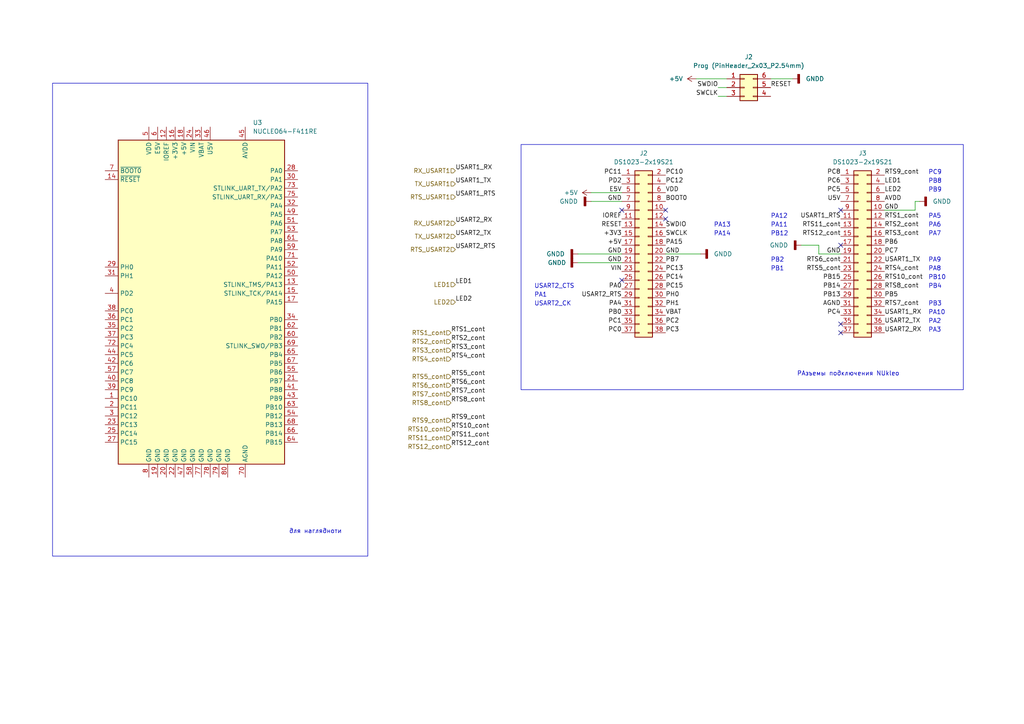
<source format=kicad_sch>
(kicad_sch (version 20230121) (generator eeschema)
  (paper "A4")
  (lib_symbols
    (symbol "Connector_Generic:Conn_02x03_Counter_Clockwise" (pin_names (offset 1.016) hide)
      (property "Reference" "J" (at 1.27 5.08 0))
      (property "Value" "Conn_02x03_Counter_Clockwise" (at 1.27 -5.08 0))
      (symbol "Conn_02x03_Counter_Clockwise_1_1"
        (rectangle (start -1.27 -2.413) (end 0 -2.667) (stroke (width 0.1524)))
        (rectangle (start -1.27 0.127) (end 0 -0.127) (stroke (width 0.1524)))
        (rectangle (start -1.27 2.667) (end 0 2.413) (stroke (width 0.1524)))
        (rectangle (start -1.27 3.81) (end 3.81 -3.81) (stroke (width 0.254)) (fill (type background)))
        (rectangle (start 3.81 -2.413) (end 2.54 -2.667) (stroke (width 0.1524)))
        (rectangle (start 3.81 0.127) (end 2.54 -0.127) (stroke (width 0.1524)))
        (rectangle (start 3.81 2.667) (end 2.54 2.413) (stroke (width 0.1524)))
        (pin passive line (at -5.08 2.54 0) (length 3.81) (name "Pin_1") (number "1"))
        (pin passive line (at -5.08 0 0) (length 3.81) (name "Pin_2") (number "2"))
        (pin passive line (at -5.08 -2.54 0) (length 3.81) (name "Pin_3") (number "3"))
        (pin passive line (at 7.62 -2.54 180) (length 3.81) (name "Pin_4") (number "4"))
        (pin passive line (at 7.62 0 180) (length 3.81) (name "Pin_5") (number "5"))
        (pin passive line (at 7.62 2.54 180) (length 3.81) (name "Pin_6") (number "6"))
      )
    )
    (symbol "Connector_Generic:Conn_02x19_Odd_Even" (pin_names (offset 1.016) hide)
      (property "Reference" "J" (at 1.27 25.4 0))
      (property "Value" "Conn_02x19_Odd_Even" (at 1.27 -25.4 0))
      (symbol "Conn_02x19_Odd_Even_1_1"
        (rectangle (start -1.27 -22.733) (end 0 -22.987) (stroke (width 0.1524)))
        (rectangle (start -1.27 -20.193) (end 0 -20.447) (stroke (width 0.1524)))
        (rectangle (start -1.27 -17.653) (end 0 -17.907) (stroke (width 0.1524)))
        (rectangle (start -1.27 -15.113) (end 0 -15.367) (stroke (width 0.1524)))
        (rectangle (start -1.27 -12.573) (end 0 -12.827) (stroke (width 0.1524)))
        (rectangle (start -1.27 -10.033) (end 0 -10.287) (stroke (width 0.1524)))
        (rectangle (start -1.27 -7.493) (end 0 -7.747) (stroke (width 0.1524)))
        (rectangle (start -1.27 -4.953) (end 0 -5.207) (stroke (width 0.1524)))
        (rectangle (start -1.27 -2.413) (end 0 -2.667) (stroke (width 0.1524)))
        (rectangle (start -1.27 0.127) (end 0 -0.127) (stroke (width 0.1524)))
        (rectangle (start -1.27 2.667) (end 0 2.413) (stroke (width 0.1524)))
        (rectangle (start -1.27 5.207) (end 0 4.953) (stroke (width 0.1524)))
        (rectangle (start -1.27 7.747) (end 0 7.493) (stroke (width 0.1524)))
        (rectangle (start -1.27 10.287) (end 0 10.033) (stroke (width 0.1524)))
        (rectangle (start -1.27 12.827) (end 0 12.573) (stroke (width 0.1524)))
        (rectangle (start -1.27 15.367) (end 0 15.113) (stroke (width 0.1524)))
        (rectangle (start -1.27 17.907) (end 0 17.653) (stroke (width 0.1524)))
        (rectangle (start -1.27 20.447) (end 0 20.193) (stroke (width 0.1524)))
        (rectangle (start -1.27 22.987) (end 0 22.733) (stroke (width 0.1524)))
        (rectangle (start -1.27 24.13) (end 3.81 -24.13) (stroke (width 0.254)) (fill (type background)))
        (rectangle (start 3.81 -22.733) (end 2.54 -22.987) (stroke (width 0.1524)))
        (rectangle (start 3.81 -20.193) (end 2.54 -20.447) (stroke (width 0.1524)))
        (rectangle (start 3.81 -17.653) (end 2.54 -17.907) (stroke (width 0.1524)))
        (rectangle (start 3.81 -15.113) (end 2.54 -15.367) (stroke (width 0.1524)))
        (rectangle (start 3.81 -12.573) (end 2.54 -12.827) (stroke (width 0.1524)))
        (rectangle (start 3.81 -10.033) (end 2.54 -10.287) (stroke (width 0.1524)))
        (rectangle (start 3.81 -7.493) (end 2.54 -7.747) (stroke (width 0.1524)))
        (rectangle (start 3.81 -4.953) (end 2.54 -5.207) (stroke (width 0.1524)))
        (rectangle (start 3.81 -2.413) (end 2.54 -2.667) (stroke (width 0.1524)))
        (rectangle (start 3.81 0.127) (end 2.54 -0.127) (stroke (width 0.1524)))
        (rectangle (start 3.81 2.667) (end 2.54 2.413) (stroke (width 0.1524)))
        (rectangle (start 3.81 5.207) (end 2.54 4.953) (stroke (width 0.1524)))
        (rectangle (start 3.81 7.747) (end 2.54 7.493) (stroke (width 0.1524)))
        (rectangle (start 3.81 10.287) (end 2.54 10.033) (stroke (width 0.1524)))
        (rectangle (start 3.81 12.827) (end 2.54 12.573) (stroke (width 0.1524)))
        (rectangle (start 3.81 15.367) (end 2.54 15.113) (stroke (width 0.1524)))
        (rectangle (start 3.81 17.907) (end 2.54 17.653) (stroke (width 0.1524)))
        (rectangle (start 3.81 20.447) (end 2.54 20.193) (stroke (width 0.1524)))
        (rectangle (start 3.81 22.987) (end 2.54 22.733) (stroke (width 0.1524)))
        (pin passive line (at -5.08 22.86 0) (length 3.81) (name "Pin_1") (number "1"))
        (pin passive line (at 7.62 12.7 180) (length 3.81) (name "Pin_10") (number "10"))
        (pin passive line (at -5.08 10.16 0) (length 3.81) (name "Pin_11") (number "11"))
        (pin passive line (at 7.62 10.16 180) (length 3.81) (name "Pin_12") (number "12"))
        (pin passive line (at -5.08 7.62 0) (length 3.81) (name "Pin_13") (number "13"))
        (pin passive line (at 7.62 7.62 180) (length 3.81) (name "Pin_14") (number "14"))
        (pin passive line (at -5.08 5.08 0) (length 3.81) (name "Pin_15") (number "15"))
        (pin passive line (at 7.62 5.08 180) (length 3.81) (name "Pin_16") (number "16"))
        (pin passive line (at -5.08 2.54 0) (length 3.81) (name "Pin_17") (number "17"))
        (pin passive line (at 7.62 2.54 180) (length 3.81) (name "Pin_18") (number "18"))
        (pin passive line (at -5.08 0 0) (length 3.81) (name "Pin_19") (number "19"))
        (pin passive line (at 7.62 22.86 180) (length 3.81) (name "Pin_2") (number "2"))
        (pin passive line (at 7.62 0 180) (length 3.81) (name "Pin_20") (number "20"))
        (pin passive line (at -5.08 -2.54 0) (length 3.81) (name "Pin_21") (number "21"))
        (pin passive line (at 7.62 -2.54 180) (length 3.81) (name "Pin_22") (number "22"))
        (pin passive line (at -5.08 -5.08 0) (length 3.81) (name "Pin_23") (number "23"))
        (pin passive line (at 7.62 -5.08 180) (length 3.81) (name "Pin_24") (number "24"))
        (pin passive line (at -5.08 -7.62 0) (length 3.81) (name "Pin_25") (number "25"))
        (pin passive line (at 7.62 -7.62 180) (length 3.81) (name "Pin_26") (number "26"))
        (pin passive line (at -5.08 -10.16 0) (length 3.81) (name "Pin_27") (number "27"))
        (pin passive line (at 7.62 -10.16 180) (length 3.81) (name "Pin_28") (number "28"))
        (pin passive line (at -5.08 -12.7 0) (length 3.81) (name "Pin_29") (number "29"))
        (pin passive line (at -5.08 20.32 0) (length 3.81) (name "Pin_3") (number "3"))
        (pin passive line (at 7.62 -12.7 180) (length 3.81) (name "Pin_30") (number "30"))
        (pin passive line (at -5.08 -15.24 0) (length 3.81) (name "Pin_31") (number "31"))
        (pin passive line (at 7.62 -15.24 180) (length 3.81) (name "Pin_32") (number "32"))
        (pin passive line (at -5.08 -17.78 0) (length 3.81) (name "Pin_33") (number "33"))
        (pin passive line (at 7.62 -17.78 180) (length 3.81) (name "Pin_34") (number "34"))
        (pin passive line (at -5.08 -20.32 0) (length 3.81) (name "Pin_35") (number "35"))
        (pin passive line (at 7.62 -20.32 180) (length 3.81) (name "Pin_36") (number "36"))
        (pin passive line (at -5.08 -22.86 0) (length 3.81) (name "Pin_37") (number "37"))
        (pin passive line (at 7.62 -22.86 180) (length 3.81) (name "Pin_38") (number "38"))
        (pin passive line (at 7.62 20.32 180) (length 3.81) (name "Pin_4") (number "4"))
        (pin passive line (at -5.08 17.78 0) (length 3.81) (name "Pin_5") (number "5"))
        (pin passive line (at 7.62 17.78 180) (length 3.81) (name "Pin_6") (number "6"))
        (pin passive line (at -5.08 15.24 0) (length 3.81) (name "Pin_7") (number "7"))
        (pin passive line (at 7.62 15.24 180) (length 3.81) (name "Pin_8") (number "8"))
        (pin passive line (at -5.08 12.7 0) (length 3.81) (name "Pin_9") (number "9"))
      )
    )
    (symbol "MCU_Module:NUCLEO64-F411RE"
      (property "Reference" "U" (at -17.78 50.165 0))
      (property "Value" "NUCLEO64-F411RE" (at -17.78 48.26 0))
      (symbol "NUCLEO64-F411RE_0_1"
        (rectangle (start -24.13 -46.99) (end 24.13 46.99) (stroke (width 0.254)) (fill (type background)))
      )
      (symbol "NUCLEO64-F411RE_1_1"
        (pin bidirectional line (at -27.94 -27.94 0) (length 3.81) (name "PC10") (number "1"))
        (pin no_connect line (at -24.13 20.32 0) (length 3.81) hide (name "NC") (number "10"))
        (pin no_connect line (at -24.13 15.24 0) (length 3.81) hide (name "NC") (number "11"))
        (pin power_in line (at -10.16 50.8 270) (length 3.81) (name "IOREF") (number "12"))
        (pin bidirectional line (at 27.94 5.08 180) (length 3.81) (name "STLINK_TMS/PA13") (number "13"))
        (pin input line (at -27.94 35.56 0) (length 3.81) (name "~{RESET}") (number "14"))
        (pin bidirectional line (at 27.94 2.54 180) (length 3.81) (name "STLINK_TCK/PA14") (number "15"))
        (pin power_in line (at -7.62 50.8 270) (length 3.81) (name "+3V3") (number "16"))
        (pin bidirectional line (at 27.94 0 180) (length 3.81) (name "PA15") (number "17"))
        (pin power_in line (at -5.08 50.8 270) (length 3.81) (name "+5V") (number "18"))
        (pin power_in line (at -12.7 -50.8 90) (length 3.81) (name "GND") (number "19"))
        (pin bidirectional line (at -27.94 -30.48 0) (length 3.81) (name "PC11") (number "2"))
        (pin power_in line (at -10.16 -50.8 90) (length 3.81) (name "GND") (number "20"))
        (pin bidirectional line (at 27.94 -22.86 180) (length 3.81) (name "PB7") (number "21"))
        (pin power_in line (at -7.62 -50.8 90) (length 3.81) (name "GND") (number "22"))
        (pin bidirectional line (at -27.94 -35.56 0) (length 3.81) (name "PC13") (number "23"))
        (pin power_in line (at -2.54 50.8 270) (length 3.81) (name "VIN") (number "24"))
        (pin bidirectional line (at -27.94 -38.1 0) (length 3.81) (name "PC14") (number "25"))
        (pin no_connect line (at -24.13 22.86 0) (length 3.81) hide (name "NC") (number "26"))
        (pin bidirectional line (at -27.94 -40.64 0) (length 3.81) (name "PC15") (number "27"))
        (pin bidirectional line (at 27.94 38.1 180) (length 3.81) (name "PA0") (number "28"))
        (pin bidirectional line (at -27.94 10.16 0) (length 3.81) (name "PH0") (number "29"))
        (pin bidirectional line (at -27.94 -33.02 0) (length 3.81) (name "PC12") (number "3"))
        (pin bidirectional line (at 27.94 35.56 180) (length 3.81) (name "PA1") (number "30"))
        (pin bidirectional line (at -27.94 7.62 0) (length 3.81) (name "PH1") (number "31"))
        (pin bidirectional line (at 27.94 27.94 180) (length 3.81) (name "PA4") (number "32"))
        (pin power_in line (at 0 50.8 270) (length 3.81) (name "VBAT") (number "33"))
        (pin bidirectional line (at 27.94 -5.08 180) (length 3.81) (name "PB0") (number "34"))
        (pin bidirectional line (at -27.94 -7.62 0) (length 3.81) (name "PC2") (number "35"))
        (pin bidirectional line (at -27.94 -5.08 0) (length 3.81) (name "PC1") (number "36"))
        (pin bidirectional line (at -27.94 -10.16 0) (length 3.81) (name "PC3") (number "37"))
        (pin bidirectional line (at -27.94 -2.54 0) (length 3.81) (name "PC0") (number "38"))
        (pin bidirectional line (at -27.94 -25.4 0) (length 3.81) (name "PC9") (number "39"))
        (pin bidirectional line (at -27.94 2.54 0) (length 3.81) (name "PD2") (number "4"))
        (pin bidirectional line (at -27.94 -22.86 0) (length 3.81) (name "PC8") (number "40"))
        (pin bidirectional line (at 27.94 -25.4 180) (length 3.81) (name "PB8") (number "41"))
        (pin bidirectional line (at -27.94 -17.78 0) (length 3.81) (name "PC6") (number "42"))
        (pin bidirectional line (at 27.94 -27.94 180) (length 3.81) (name "PB9") (number "43"))
        (pin bidirectional line (at -27.94 -15.24 0) (length 3.81) (name "PC5") (number "44"))
        (pin power_in line (at 12.7 50.8 270) (length 3.81) (name "AVDD") (number "45"))
        (pin power_in line (at 2.54 50.8 270) (length 3.81) (name "U5V") (number "46"))
        (pin power_in line (at -5.08 -50.8 90) (length 3.81) (name "GND") (number "47"))
        (pin no_connect line (at -24.13 25.4 0) (length 3.81) hide (name "NC") (number "48"))
        (pin bidirectional line (at 27.94 25.4 180) (length 3.81) (name "PA5") (number "49"))
        (pin power_in line (at -15.24 50.8 270) (length 3.81) (name "VDD") (number "5"))
        (pin bidirectional line (at 27.94 7.62 180) (length 3.81) (name "PA12") (number "50"))
        (pin bidirectional line (at 27.94 22.86 180) (length 3.81) (name "PA6") (number "51"))
        (pin bidirectional line (at 27.94 10.16 180) (length 3.81) (name "PA11") (number "52"))
        (pin bidirectional line (at 27.94 20.32 180) (length 3.81) (name "PA7") (number "53"))
        (pin bidirectional line (at 27.94 -33.02 180) (length 3.81) (name "PB12") (number "54"))
        (pin bidirectional line (at 27.94 -20.32 180) (length 3.81) (name "PB6") (number "55"))
        (pin no_connect line (at -24.13 33.02 0) (length 3.81) hide (name "NC") (number "56"))
        (pin bidirectional line (at -27.94 -20.32 0) (length 3.81) (name "PC7") (number "57"))
        (pin power_in line (at -2.54 -50.8 90) (length 3.81) (name "GND") (number "58"))
        (pin bidirectional line (at 27.94 15.24 180) (length 3.81) (name "PA9") (number "59"))
        (pin power_in line (at -12.7 50.8 270) (length 3.81) (name "E5V") (number "6"))
        (pin bidirectional line (at 27.94 -10.16 180) (length 3.81) (name "PB2") (number "60"))
        (pin bidirectional line (at 27.94 17.78 180) (length 3.81) (name "PA8") (number "61"))
        (pin bidirectional line (at 27.94 -7.62 180) (length 3.81) (name "PB1") (number "62"))
        (pin bidirectional line (at 27.94 -30.48 180) (length 3.81) (name "PB10") (number "63"))
        (pin bidirectional line (at 27.94 -40.64 180) (length 3.81) (name "PB15") (number "64"))
        (pin bidirectional line (at 27.94 -15.24 180) (length 3.81) (name "PB4") (number "65"))
        (pin bidirectional line (at 27.94 -38.1 180) (length 3.81) (name "PB14") (number "66"))
        (pin bidirectional line (at 27.94 -17.78 180) (length 3.81) (name "PB5") (number "67"))
        (pin bidirectional line (at 27.94 -35.56 180) (length 3.81) (name "PB13") (number "68"))
        (pin bidirectional line (at 27.94 -12.7 180) (length 3.81) (name "STLINK_SWO/PB3") (number "69"))
        (pin input line (at -27.94 38.1 0) (length 3.81) (name "~{BOOT0}") (number "7"))
        (pin power_in line (at 12.7 -50.8 90) (length 3.81) (name "AGND") (number "70"))
        (pin bidirectional line (at 27.94 12.7 180) (length 3.81) (name "PA10") (number "71"))
        (pin bidirectional line (at -27.94 -12.7 0) (length 3.81) (name "PC4") (number "72"))
        (pin bidirectional line (at 27.94 33.02 180) (length 3.81) (name "STLINK_UART_TX/PA2") (number "73"))
        (pin no_connect line (at -24.13 30.48 0) (length 3.81) hide (name "NC") (number "74"))
        (pin bidirectional line (at 27.94 30.48 180) (length 3.81) (name "STLINK_UART_RX/PA3") (number "75"))
        (pin no_connect line (at -24.13 27.94 0) (length 3.81) hide (name "NC") (number "76"))
        (pin power_in line (at 0 -50.8 90) (length 3.81) (name "GND") (number "77"))
        (pin power_in line (at 2.54 -50.8 90) (length 3.81) (name "GND") (number "78"))
        (pin power_in line (at 5.08 -50.8 90) (length 3.81) (name "GND") (number "79"))
        (pin power_in line (at -15.24 -50.8 90) (length 3.81) (name "GND") (number "8"))
        (pin power_in line (at 7.62 -50.8 90) (length 3.81) (name "GND") (number "80"))
        (pin no_connect line (at -24.13 17.78 0) (length 3.81) hide (name "NC") (number "9"))
      )
    )
    (symbol "PCM_4ms_Power-symbol:+5V" (power) (pin_numbers hide) (pin_names (offset 0) hide)
      (property "Value" "+5V" (at 0 3.556 0))
      (symbol "+5V_0_1"
        (polyline (pts (xy -0.762 1.27) (xy 0 2.54)))
        (polyline (pts (xy 0 0) (xy 0 2.54)))
        (polyline (pts (xy 0 2.54) (xy 0.762 1.27)))
      )
      (symbol "+5V_1_1"
        (pin power_in line (at 0 0 90) (length 0) hide (name "+5V") (number "1"))
      )
    )
    (symbol "power:GNDD" (power) (pin_numbers hide) (pin_names (offset 0) hide)
      (property "Value" "GNDD" (at 0 -3.175 0))
      (symbol "GNDD_0_1"
        (rectangle (start -1.27 -1.524) (end 1.27 -2.032) (stroke (width 0.254)) (fill (type outline)))
        (polyline (pts (xy 0 0) (xy 0 -1.524)))
      )
      (symbol "GNDD_1_1"
        (pin power_in line (at 0 0 270) (length 0) hide (name "GNDD") (number "1"))
      )
    )
  )
  (no_connect (at 243.84 93.98))
  (no_connect (at 180.34 81.28))
  (no_connect (at 243.84 96.52))
  (no_connect (at 193.04 63.5))
  (no_connect (at 193.04 60.96))
  (no_connect (at 243.84 71.12))
  (no_connect (at 243.84 60.96))
  (no_connect (at 180.34 60.96))
  (wire (pts (xy 237.49 73.66) (xy 243.84 73.66)))
  (wire (pts (xy 265.43 60.96) (xy 256.54 60.96)))
  (wire (pts (xy 265.43 58.42) (xy 266.7 58.42)))
  (wire (pts (xy 201.93 22.86) (xy 210.82 22.86)))
  (wire (pts (xy 232.41 71.12) (xy 237.49 71.12)))
  (wire (pts (xy 223.52 22.86) (xy 229.87 22.86)))
  (wire (pts (xy 208.28 27.94) (xy 210.82 27.94)))
  (wire (pts (xy 193.04 73.66) (xy 203.2 73.66)))
  (wire (pts (xy 167.64 73.66) (xy 180.34 73.66)))
  (wire (pts (xy 237.49 71.12) (xy 237.49 73.66)))
  (wire (pts (xy 171.45 58.42) (xy 180.34 58.42)))
  (wire (pts (xy 208.28 25.4) (xy 210.82 25.4)))
  (wire (pts (xy 167.64 76.2) (xy 180.34 76.2)))
  (wire (pts (xy 171.45 55.88) (xy 180.34 55.88)))
  (wire (pts (xy 265.43 58.42) (xy 265.43 60.96)))
  (rectangle (start 15.24 24.13) (end 106.68 161.29))
  (rectangle (start 151.13 41.91) (end 279.4 113.03))
  (text "USART2_CK" (at 154.94 88.9 0) (effects (font (size 1.27 1.27)) (justify left bottom)))
  (text "USART2_CTS" (at 154.94 83.82 0) (effects (font (size 1.27 1.27)) (justify left bottom)))
  (text "для наглядноти" (at 83.82 154.94 0) (effects (font (size 1.27 1.27)) (justify left bottom)))
  (text "PA3" (at 269.24 96.52 0) (effects (font (size 1.27 1.27)) (justify left bottom)))
  (text "PA13" (at 207.01 66.04 0) (effects (font (size 1.27 1.27)) (justify left bottom)))
  (text "РАзъемы подключения NUkleo" (at 231.14 109.22 0) (effects (font (size 1.27 1.27)) (justify left bottom)))
  (text "PA9" (at 269.24 76.2 0) (effects (font (size 1.27 1.27)) (justify left bottom)))
  (text "PA10" (at 269.24 91.44 0) (effects (font (size 1.27 1.27)) (justify left bottom)))
  (text "PB10" (at 269.24 81.28 0) (effects (font (size 1.27 1.27)) (justify left bottom)))
  (text "PB8" (at 269.24 53.34 0) (effects (font (size 1.27 1.27)) (justify left bottom)))
  (text "PB2" (at 223.52 76.2 0) (effects (font (size 1.27 1.27)) (justify left bottom)))
  (text "PA8" (at 269.24 78.74 0) (effects (font (size 1.27 1.27)) (justify left bottom)))
  (text "PB1" (at 223.52 78.74 0) (effects (font (size 1.27 1.27)) (justify left bottom)))
  (text "PA5" (at 269.24 63.5 0) (effects (font (size 1.27 1.27)) (justify left bottom)))
  (text "PB9" (at 269.24 55.88 0) (effects (font (size 1.27 1.27)) (justify left bottom)))
  (text "PA2" (at 269.24 93.98 0) (effects (font (size 1.27 1.27)) (justify left bottom)))
  (text "PC9" (at 269.24 50.8 0) (effects (font (size 1.27 1.27)) (justify left bottom)))
  (text "PA6" (at 269.24 66.04 0) (effects (font (size 1.27 1.27)) (justify left bottom)))
  (text "PA12" (at 223.52 63.5 0) (effects (font (size 1.27 1.27)) (justify left bottom)))
  (text "PA14" (at 207.01 68.58 0) (effects (font (size 1.27 1.27)) (justify left bottom)))
  (text "PB4" (at 269.24 83.82 0) (effects (font (size 1.27 1.27)) (justify left bottom)))
  (text "PA7" (at 269.24 68.58 0) (effects (font (size 1.27 1.27)) (justify left bottom)))
  (text "PA11" (at 223.52 66.04 0) (effects (font (size 1.27 1.27)) (justify left bottom)))
  (text "PB12" (at 223.52 68.58 0) (effects (font (size 1.27 1.27)) (justify left bottom)))
  (text "PB3" (at 269.24 88.9 0) (effects (font (size 1.27 1.27)) (justify left bottom)))
  (text "PA1" (at 154.94 86.36 0) (effects (font (size 1.27 1.27)) (justify left bottom)))
  (label "PC4" (at 243.84 91.44 180))
  (label "RTS2_cont" (at 130.81 99.06 0))
  (label "RTS12_cont" (at 130.81 129.54 0))
  (label "AVDD" (at 256.54 58.42 0))
  (label "RTS5_cont" (at 130.81 109.22 0))
  (label "RTS5_cont" (at 243.84 78.74 180))
  (label "PH1" (at 193.04 88.9 0))
  (label "USART2_TX" (at 256.54 93.98 0))
  (label "PC13" (at 193.04 78.74 0))
  (label "PB7" (at 193.04 76.2 0))
  (label "PH0" (at 193.04 86.36 0))
  (label "USART1_TX" (at 132.08 53.34 0))
  (label "GND" (at 193.04 73.66 0))
  (label "RTS9_cont" (at 130.81 121.92 0))
  (label "PC8" (at 243.84 50.8 180))
  (label "GND" (at 256.54 60.96 0))
  (label "PA0" (at 180.34 83.82 180))
  (label "PD2" (at 180.34 53.34 180))
  (label "SWCLK" (at 193.04 68.58 0))
  (label "GND" (at 180.34 73.66 180))
  (label "PB6" (at 256.54 71.12 0))
  (label "USART1_RTS" (at 243.84 63.5 180))
  (label "RTS10_cont" (at 256.54 81.28 0))
  (label "PC0" (at 180.34 96.52 180))
  (label "RTS7_cont" (at 130.81 114.3 0))
  (label "PC3" (at 193.04 96.52 0))
  (label "RTS6_cont" (at 130.81 111.76 0))
  (label "RTS3_cont" (at 130.81 101.6 0))
  (label "SWCLK" (at 208.28 27.94 180))
  (label "RTS7_cont" (at 256.54 88.9 0))
  (label "PC10" (at 193.04 50.8 0))
  (label "GND" (at 180.34 76.2 180))
  (label "PC5" (at 243.84 55.88 180))
  (label "SWDIO" (at 193.04 66.04 0))
  (label "RTS2_cont" (at 256.54 66.04 0))
  (label "PB13" (at 243.84 86.36 180))
  (label "RESET" (at 180.34 66.04 180))
  (label "AGND" (at 243.84 88.9 180))
  (label "RTS1_cont" (at 256.54 63.5 0))
  (label "USART2_RTS" (at 180.34 86.36 180))
  (label "RTS10_cont" (at 130.81 124.46 0))
  (label "PB14" (at 243.84 83.82 180))
  (label "RTS3_cont" (at 256.54 68.58 0))
  (label "USART1_RX" (at 132.08 49.53 0))
  (label "GND" (at 243.84 73.66 180))
  (label "USART2_RX" (at 256.54 96.52 0))
  (label "USART2_RX" (at 132.08 64.77 0))
  (label "USART2_RTS" (at 132.08 72.39 0))
  (label "PA15" (at 193.04 71.12 0))
  (label "USART1_TX" (at 256.54 76.2 0))
  (label "LED1" (at 256.54 53.34 0))
  (label "RTS11_cont" (at 243.84 66.04 180))
  (label "BOOT0" (at 193.04 58.42 0))
  (label "RESET" (at 223.52 25.4 0))
  (label "PC15" (at 193.04 83.82 0))
  (label "RTS8_cont" (at 130.81 116.84 0))
  (label "VDD" (at 193.04 55.88 0))
  (label "VIN" (at 180.34 78.74 180))
  (label "SWDIO" (at 208.28 25.4 180))
  (label "RTS4_cont" (at 256.54 78.74 0))
  (label "RTS4_cont" (at 130.81 104.14 0))
  (label "IOREF" (at 180.34 63.5 180))
  (label "LED2" (at 132.08 87.63 0))
  (label "GND" (at 180.34 58.42 180))
  (label "PB0" (at 180.34 91.44 180))
  (label "RTS8_cont" (at 256.54 83.82 0))
  (label "PC2" (at 193.04 93.98 0))
  (label "+3V3" (at 180.34 68.58 180))
  (label "PC12" (at 193.04 53.34 0))
  (label "RTS9_cont" (at 256.54 50.8 0))
  (label "LED1" (at 132.08 82.55 0))
  (label "E5V" (at 180.34 55.88 180))
  (label "USART1_RTS" (at 132.08 57.15 0))
  (label "PC14" (at 193.04 81.28 0))
  (label "+5V" (at 180.34 71.12 180))
  (label "RTS1_cont" (at 130.81 96.52 0))
  (label "RTS11_cont" (at 130.81 127 0))
  (label "PC6" (at 243.84 53.34 180))
  (label "PB15" (at 243.84 81.28 180))
  (label "LED2" (at 256.54 55.88 0))
  (label "RTS12_cont" (at 243.84 68.58 180))
  (label "USART2_TX" (at 132.08 68.58 0))
  (label "USART1_RX" (at 256.54 91.44 0))
  (label "VBAT" (at 193.04 91.44 0))
  (label "RTS6_cont" (at 243.84 76.2 180))
  (label "PB5" (at 256.54 86.36 0))
  (label "PA4" (at 180.34 88.9 180))
  (label "PC1" (at 180.34 93.98 180))
  (label "U5V" (at 243.84 58.42 180))
  (label "PC7" (at 256.54 73.66 0))
  (label "PC11" (at 180.34 50.8 180))
  (hierarchical_label "TX_USART1" (shape input) (at 132.08 53.34 180))
  (hierarchical_label "RTS12_cont" (shape input) (at 130.81 129.54 180))
  (hierarchical_label "LED1" (shape input) (at 132.08 82.55 180))
  (hierarchical_label "RTS11_cont" (shape input) (at 130.81 127 180))
  (hierarchical_label "RTS1_cont" (shape input) (at 130.81 96.52 180))
  (hierarchical_label "RTS_USART2" (shape input) (at 132.08 72.39 180))
  (hierarchical_label "RTS9_cont" (shape input) (at 130.81 121.92 180))
  (hierarchical_label "RTS2_cont" (shape input) (at 130.81 99.06 180))
  (hierarchical_label "RTS8_cont" (shape input) (at 130.81 116.84 180))
  (hierarchical_label "RTS_USART1" (shape input) (at 132.08 57.15 180))
  (hierarchical_label "RTS10_cont" (shape input) (at 130.81 124.46 180))
  (hierarchical_label "LED2" (shape input) (at 132.08 87.63 180))
  (hierarchical_label "RTS4_cont" (shape input) (at 130.81 104.14 180))
  (hierarchical_label "RTS3_cont" (shape input) (at 130.81 101.6 180))
  (hierarchical_label "RX_USART1" (shape input) (at 132.08 49.53 180))
  (hierarchical_label "RX_USART2" (shape input) (at 132.08 64.77 180))
  (hierarchical_label "RTS6_cont" (shape input) (at 130.81 111.76 180))
  (hierarchical_label "TX_USART2" (shape input) (at 132.08 68.58 180))
  (hierarchical_label "RTS7_cont" (shape input) (at 130.81 114.3 180))
  (hierarchical_label "RTS5_cont" (shape input) (at 130.81 109.22 180))
  (symbol (lib_id "power:GNDD") (at 203.2 73.66 90) (unit 1)
    (property "Reference" "#PWR0122" (effects hide))
    (property "Value" "GNDD" (at 207.01 73.66 90) (effects (justify right)))
    (instances (project "ПА и коммутации" (path "" (reference "#PWR0122") (unit 1))) (project "Плата основного контроллера" (path "" (reference "#PWR024") (unit 1)) (path "" (reference "#PWR063") (unit 1)) (path "" (reference "#PWR075") (unit 1))) (project "Плата внешних шаговых двигателей" (path "" (reference "#PWR014") (unit 1))) (project "ИБП" (path "" (reference "#PWR0188") (unit 1)) (path "" (reference "#PWR0189") (unit 1)) (path "" (reference "#PWR0213") (unit 1))) (project "CommonControl" (path "" (reference "#PWR014") (unit 1)) (path "" (reference "#PWR0122") (unit 1))))
  )
  (symbol (lib_id "power:GNDD") (at 266.7 58.42 90) (unit 1)
    (property "Reference" "#PWR0122" (effects hide))
    (property "Value" "GNDD" (at 270.51 58.42 90) (effects (justify right)))
    (instances (project "ПА и коммутации" (path "" (reference "#PWR0122") (unit 1))) (project "Плата основного контроллера" (path "" (reference "#PWR024") (unit 1)) (path "" (reference "#PWR063") (unit 1)) (path "" (reference "#PWR078") (unit 1))) (project "Плата внешних шаговых двигателей" (path "" (reference "#PWR014") (unit 1))) (project "ИБП" (path "" (reference "#PWR0188") (unit 1)) (path "" (reference "#PWR0189") (unit 1)) (path "" (reference "#PWR0213") (unit 1))) (project "CommonControl" (path "" (reference "#PWR014") (unit 1)) (path "" (reference "#PWR0122") (unit 1))))
  )
  (symbol (lib_id "power:GNDD") (at 167.64 76.2 270) (unit 1)
    (property "Reference" "#PWR0122" (effects hide))
    (property "Value" "GNDD" (at 164.2084 76.2 90) (effects (justify right)))
    (instances (project "ПА и коммутации" (path "" (reference "#PWR0122") (unit 1))) (project "Плата основного контроллера" (path "" (reference "#PWR024") (unit 1)) (path "" (reference "#PWR063") (unit 1)) (path "" (reference "#PWR074") (unit 1))) (project "Плата внешних шаговых двигателей" (path "" (reference "#PWR014") (unit 1))) (project "ИБП" (path "" (reference "#PWR0188") (unit 1)) (path "" (reference "#PWR0189") (unit 1)) (path "" (reference "#PWR0213") (unit 1))) (project "CommonControl" (path "" (reference "#PWR014") (unit 1)) (path "" (reference "#PWR0122") (unit 1))))
  )
  (symbol (lib_id "Connector_Generic:Conn_02x19_Odd_Even") (at 248.92 73.66 0) (unit 1)
    (property "Reference" "J3" (at 250.19 44.45 0))
    (property "Value" "DS1023-2x19S21" (at 250.19 46.99 0))
    (property "Footprint" "Connector_PinSocket_2.54mm:PinSocket_2x19_P2.54mm_Vertical" (effects hide))
    (instances (project "Плата основного контроллера" (path "" (reference "J3") (unit 1)) (path "" (reference "CN9") (unit 1))))
  )
  (symbol (lib_id "Connector_Generic:Conn_02x19_Odd_Even") (at 185.42 73.66 0) (unit 1)
    (property "Reference" "J2" (at 186.69 44.45 0))
    (property "Value" "DS1023-2x19S21" (at 186.69 46.99 0))
    (property "Footprint" "Connector_PinSocket_2.54mm:PinSocket_2x19_P2.54mm_Vertical" (effects hide))
    (instances (project "Плата основного контроллера" (path "" (reference "J2") (unit 1)) (path "" (reference "CN7") (unit 1))))
  )
  (symbol (lib_id "PCM_4ms_Power-symbol:+5V") (at 201.93 22.86 90) (unit 1)
    (property "Reference" "#PWR04" (effects hide))
    (property "Value" "+5V" (at 198.12 22.86 90) (effects (justify left)))
    (instances (project "Плата основного контроллера" (path "" (reference "#PWR04") (unit 1)) (path "" (reference "#PWR041") (unit 1))))
  )
  (symbol (lib_id "power:GNDD") (at 229.87 22.86 90) (unit 1)
    (property "Reference" "#PWR044" (effects hide))
    (property "Value" "GNDD" (at 233.68 22.86 90) (effects (justify right)))
    (instances (project "Плата основного контроллера" (path "" (reference "#PWR044") (unit 1))) (project "Плата внешних шаговых двигателей" (path "" (reference "#PWR022") (unit 1))))
  )
  (symbol (lib_id "power:GNDD") (at 167.64 73.66 270) (unit 1)
    (property "Reference" "#PWR0122" (effects hide))
    (property "Value" "GNDD" (at 163.83 73.66 90) (effects (justify right)))
    (instances (project "ПА и коммутации" (path "" (reference "#PWR0122") (unit 1))) (project "Плата основного контроллера" (path "" (reference "#PWR024") (unit 1)) (path "" (reference "#PWR063") (unit 1)) (path "" (reference "#PWR073") (unit 1))) (project "Плата внешних шаговых двигателей" (path "" (reference "#PWR014") (unit 1))) (project "ИБП" (path "" (reference "#PWR0188") (unit 1)) (path "" (reference "#PWR0189") (unit 1)) (path "" (reference "#PWR0213") (unit 1))) (project "CommonControl" (path "" (reference "#PWR014") (unit 1)) (path "" (reference "#PWR0122") (unit 1))))
  )
  (symbol (lib_id "power:GNDD") (at 171.45 58.42 270) (unit 1)
    (property "Reference" "#PWR0122" (effects hide))
    (property "Value" "GNDD" (at 167.64 58.42 90) (effects (justify right)))
    (instances (project "ПА и коммутации" (path "" (reference "#PWR0122") (unit 1))) (project "Плата основного контроллера" (path "" (reference "#PWR024") (unit 1)) (path "" (reference "#PWR063") (unit 1)) (path "" (reference "#PWR076") (unit 1))) (project "Плата внешних шаговых двигателей" (path "" (reference "#PWR014") (unit 1))) (project "ИБП" (path "" (reference "#PWR0188") (unit 1)) (path "" (reference "#PWR0189") (unit 1)) (path "" (reference "#PWR0213") (unit 1))) (project "CommonControl" (path "" (reference "#PWR014") (unit 1)) (path "" (reference "#PWR0122") (unit 1))))
  )
  (symbol (lib_id "Connector_Generic:Conn_02x03_Counter_Clockwise") (at 215.9 25.4 0) (unit 1)
    (property "Reference" "J2" (at 217.17 16.51 0))
    (property "Value" "Prog (PinHeader_2x03_P2.54mm)" (at 217.17 19.05 0))
    (property "Footprint" "Connector_PinHeader_2.54mm:PinHeader_2x03_P2.54mm_Vertical" (effects hide))
    (instances (project "Плата основного контроллера" (path "" (reference "J2") (unit 1))) (project "Плата внешних шаговых двигателей" (path "" (reference "J1") (unit 1))))
  )
  (symbol (lib_id "power:GNDD") (at 232.41 71.12 270) (unit 1)
    (property "Reference" "#PWR0122" (effects hide))
    (property "Value" "GNDD" (at 228.6 71.12 90) (effects (justify right)))
    (instances (project "ПА и коммутации" (path "" (reference "#PWR0122") (unit 1))) (project "Плата основного контроллера" (path "" (reference "#PWR024") (unit 1)) (path "" (reference "#PWR063") (unit 1)) (path "" (reference "#PWR077") (unit 1))) (project "Плата внешних шаговых двигателей" (path "" (reference "#PWR014") (unit 1))) (project "ИБП" (path "" (reference "#PWR0188") (unit 1)) (path "" (reference "#PWR0189") (unit 1)) (path "" (reference "#PWR0213") (unit 1))) (project "CommonControl" (path "" (reference "#PWR014") (unit 1)) (path "" (reference "#PWR0122") (unit 1))))
  )
  (symbol (lib_id "MCU_Module:NUCLEO64-F411RE") (at 58.42 87.63 0) (unit 1)
    (property "Reference" "U3" (at 73.3141 35.56 0) (effects (justify left)))
    (property "Value" "NUCLEO64-F411RE" (at 73.3141 38.1 0) (effects (justify left)))
    (property "Footprint" "Module:NUCLEO-F411RE" (effects hide))
    (property "Datasheet" "http://www.st.com/st-web-ui/static/active/en/resource/technical/document/data_brief/DM00105918.pdf" (effects hide))
  )
  (symbol (lib_id "PCM_4ms_Power-symbol:+5V") (at 171.45 55.88 90) (unit 1)
    (property "Reference" "#PWR04" (effects hide))
    (property "Value" "+5V" (at 167.64 55.88 90) (effects (justify left)))
    (instances (project "Плата основного контроллера" (path "" (reference "#PWR04") (unit 1)) (path "" (reference "#PWR072") (unit 1))))
  )
)
</source>
